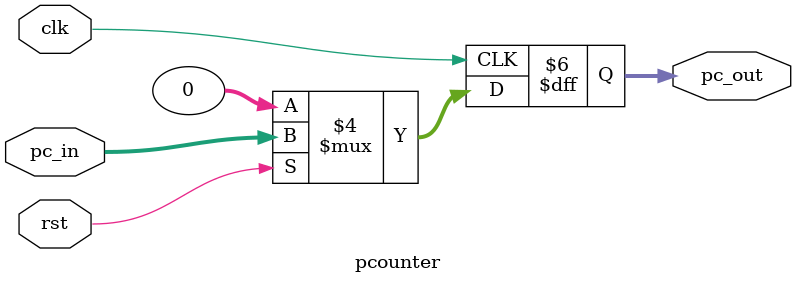
<source format=sv>
`timescale 1ns / 1ps


module pcounter(
input logic[31:0] pc_in,
input logic clk,
input logic rst,
output logic[31:0] pc_out);

always @(posedge clk)
begin
if(rst==1'b0)
begin
pc_out <=32'h00000000;
end
else
begin
pc_out<=pc_in;

end
end

endmodule
  

</source>
